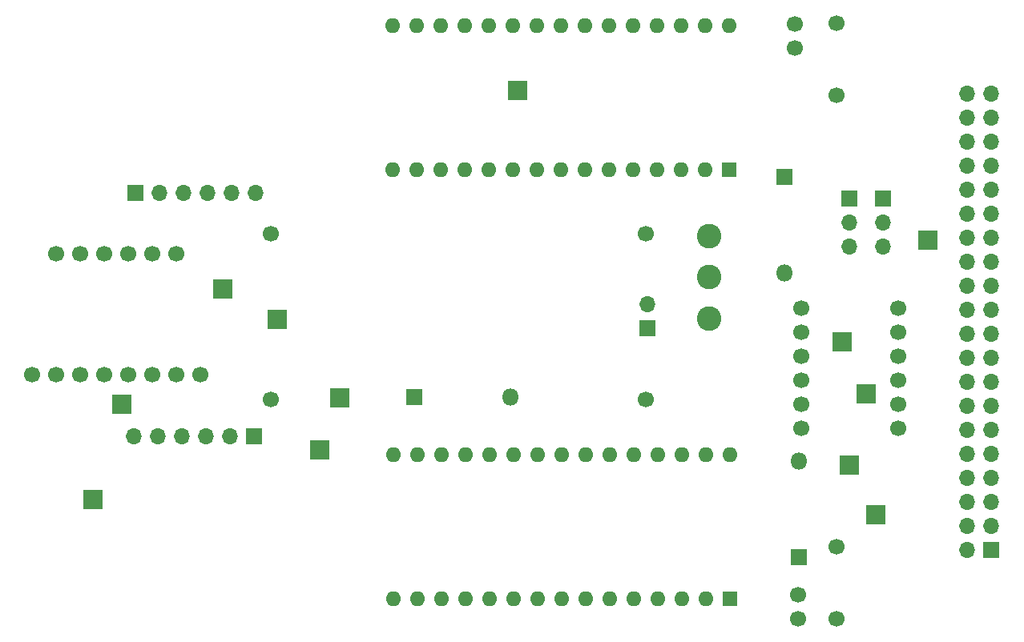
<source format=gbr>
%TF.GenerationSoftware,KiCad,Pcbnew,5.1.11-e4df9d881f~92~ubuntu20.04.1*%
%TF.CreationDate,2021-11-03T17:38:16+00:00*%
%TF.ProjectId,motorcontroller,6d6f746f-7263-46f6-9e74-726f6c6c6572,rev?*%
%TF.SameCoordinates,Original*%
%TF.FileFunction,Copper,L2,Bot*%
%TF.FilePolarity,Positive*%
%FSLAX46Y46*%
G04 Gerber Fmt 4.6, Leading zero omitted, Abs format (unit mm)*
G04 Created by KiCad (PCBNEW 5.1.11-e4df9d881f~92~ubuntu20.04.1) date 2021-11-03 17:38:16*
%MOMM*%
%LPD*%
G01*
G04 APERTURE LIST*
%TA.AperFunction,ComponentPad*%
%ADD10R,2.000000X2.000000*%
%TD*%
%TA.AperFunction,ComponentPad*%
%ADD11C,1.700000*%
%TD*%
%TA.AperFunction,ComponentPad*%
%ADD12O,1.700000X1.700000*%
%TD*%
%TA.AperFunction,ComponentPad*%
%ADD13R,1.700000X1.700000*%
%TD*%
%TA.AperFunction,ComponentPad*%
%ADD14C,2.600000*%
%TD*%
%TA.AperFunction,ComponentPad*%
%ADD15O,1.600000X1.600000*%
%TD*%
%TA.AperFunction,ComponentPad*%
%ADD16R,1.600000X1.600000*%
%TD*%
%TA.AperFunction,ComponentPad*%
%ADD17O,1.800000X1.800000*%
%TD*%
%TA.AperFunction,ComponentPad*%
%ADD18R,1.800000X1.800000*%
%TD*%
%TA.AperFunction,Conductor*%
%ADD19C,0.254000*%
%TD*%
%TA.AperFunction,Conductor*%
%ADD20C,1.016000*%
%TD*%
G04 APERTURE END LIST*
D10*
%TO.P,REF\u002A\u002A,1*%
%TO.N,FLT_pi*%
X167259000Y-112712500D03*
%TD*%
%TO.P,REF\u002A\u002A,1*%
%TO.N,FLT_pi*%
X173799500Y-96456500D03*
%TD*%
D11*
%TO.P,U1,12*%
%TO.N,Net-(U1-Pad12)*%
X160393000Y-116332000D03*
%TO.P,U1,11*%
%TO.N,Net-(D1-Pad2)*%
X160393000Y-113792000D03*
%TO.P,U1,10*%
%TO.N,GND*%
X160393000Y-111252000D03*
%TO.P,U1,9*%
%TO.N,+5V*%
X160393000Y-108712000D03*
%TO.P,U1,8*%
%TO.N,Net-(SW1-Pad1)*%
X160393000Y-106172000D03*
%TO.P,U1,7*%
%TO.N,Net-(D3-Pad2)*%
X160393000Y-103632000D03*
%TO.P,U1,6*%
%TO.N,Net-(U1-Pad6)*%
X170696000Y-116332000D03*
%TO.P,U1,5*%
%TO.N,FLT_pi*%
X170696000Y-113792000D03*
%TO.P,U1,4*%
%TO.N,GND*%
X170696000Y-111252000D03*
%TO.P,U1,3*%
%TO.N,+3V3*%
X170696000Y-108712000D03*
%TO.P,U1,2*%
%TO.N,Net-(J1-Pad8)*%
X170696000Y-106172000D03*
%TO.P,U1,1*%
%TO.N,Net-(J1-Pad10)*%
X170696000Y-103632000D03*
%TD*%
D10*
%TO.P,REF\u002A\u002A,1*%
%TO.N,FLT*%
X111696500Y-113093500D03*
%TD*%
%TO.P,REF\u002A\u002A,1*%
%TO.N,FLT*%
X88646000Y-113792000D03*
%TD*%
%TO.P,REF\u002A\u002A,1*%
%TO.N,GND*%
X99326700Y-101561900D03*
%TD*%
%TO.P,REF\u002A\u002A,1*%
%TO.N,GND*%
X165493700Y-120230900D03*
%TD*%
%TO.P,REF\u002A\u002A,1*%
%TO.N,GND*%
X164782500Y-107188000D03*
%TD*%
%TO.P,REF\u002A\u002A,1*%
%TO.N,GND*%
X130441700Y-80606900D03*
%TD*%
%TO.P,REF\u002A\u002A,1*%
%TO.N,+5V*%
X168325800Y-125488700D03*
%TD*%
%TO.P,REF\u002A\u002A,1*%
%TO.N,+5V*%
X105079800Y-104787700D03*
%TD*%
%TO.P,REF\u002A\u002A,1*%
%TO.N,GND*%
X109524800Y-118567200D03*
%TD*%
%TO.P,REF\u002A\u002A,1*%
%TO.N,GND*%
X85547200Y-123850400D03*
%TD*%
D11*
%TO.P,R2,2*%
%TO.N,GND*%
X164147500Y-81089500D03*
%TO.P,R2,1*%
%TO.N,Net-(D4-Pad1)*%
X164147500Y-73469500D03*
%TD*%
%TO.P,D4,2*%
%TO.N,Net-(D4-Pad2)*%
X159766000Y-76073000D03*
%TO.P,D4,1*%
%TO.N,Net-(D4-Pad1)*%
X159766000Y-73533000D03*
%TD*%
D12*
%TO.P,J8,6*%
%TO.N,Net-(J8-Pad6)*%
X102743000Y-91440000D03*
%TO.P,J8,5*%
%TO.N,GND*%
X100203000Y-91440000D03*
%TO.P,J8,4*%
%TO.N,Encoder_B_Right*%
X97663000Y-91440000D03*
%TO.P,J8,3*%
%TO.N,Encoder_A_Right*%
X95123000Y-91440000D03*
%TO.P,J8,2*%
%TO.N,+5V*%
X92583000Y-91440000D03*
D13*
%TO.P,J8,1*%
%TO.N,Net-(J8-Pad1)*%
X90043000Y-91440000D03*
%TD*%
D12*
%TO.P,J7,6*%
%TO.N,Net-(J7-Pad6)*%
X89916000Y-117157500D03*
%TO.P,J7,5*%
%TO.N,GND*%
X92456000Y-117157500D03*
%TO.P,J7,4*%
%TO.N,Encoder_B_Left*%
X94996000Y-117157500D03*
%TO.P,J7,3*%
%TO.N,Encoder_A_Left*%
X97536000Y-117157500D03*
%TO.P,J7,2*%
%TO.N,+5V*%
X100076000Y-117157500D03*
D13*
%TO.P,J7,1*%
%TO.N,Net-(J7-Pad1)*%
X102616000Y-117157500D03*
%TD*%
D11*
%TO.P,D2,2*%
%TO.N,Net-(D2-Pad2)*%
X160083500Y-133921500D03*
%TO.P,D2,1*%
%TO.N,Net-(D2-Pad1)*%
X160083500Y-136461500D03*
%TD*%
D14*
%TO.P,SW2,3*%
%TO.N,Net-(SW2-Pad3)*%
X150685500Y-104688000D03*
%TO.P,SW2,2*%
%TO.N,Net-(J6-Pad2)*%
X150685500Y-100350000D03*
%TO.P,SW2,1*%
%TO.N,/Motor&Power/BAT+*%
X150685500Y-96012000D03*
%TD*%
D11*
%TO.P,U3,7*%
%TO.N,PWM_Pin_0_Left*%
X79184500Y-110680500D03*
%TO.P,U3,8*%
%TO.N,PWM_Pin_1_Left*%
X81724500Y-110680500D03*
%TO.P,U3,9*%
%TO.N,+5V*%
X84264500Y-110680500D03*
%TO.P,U3,10*%
%TO.N,PWM_Pin_0_Right*%
X86804500Y-110680500D03*
%TO.P,U3,11*%
%TO.N,PWM_Pin_1_Right*%
X89344500Y-110680500D03*
%TO.P,U3,12*%
%TO.N,FLT*%
X91884500Y-110680500D03*
%TO.P,U3,13*%
%TO.N,GND*%
X94424500Y-110680500D03*
%TO.P,U3,14*%
%TO.N,+5V*%
X96964500Y-110680500D03*
%TO.P,U3,1*%
%TO.N,Net-(J7-Pad6)*%
X81724500Y-97853500D03*
%TO.P,U3,2*%
%TO.N,Net-(J7-Pad1)*%
X84264500Y-97853500D03*
%TO.P,U3,3*%
%TO.N,Net-(J8-Pad6)*%
X86804500Y-97853500D03*
%TO.P,U3,4*%
%TO.N,Net-(J8-Pad1)*%
X89344500Y-97853500D03*
%TO.P,U3,5*%
%TO.N,Net-(U3-Pad5)*%
X91884500Y-97853500D03*
%TO.P,U3,6*%
%TO.N,Net-(U3-Pad6)*%
X94424500Y-97853500D03*
%TD*%
%TO.P,U2,4*%
%TO.N,GND*%
X104394000Y-113284000D03*
%TO.P,U2,3*%
%TO.N,+5V*%
X104394000Y-95758000D03*
%TO.P,U2,2*%
%TO.N,/Motor&Power/BAT-*%
X144018000Y-113284000D03*
%TO.P,U2,1*%
%TO.N,/Motor&Power/BAT+*%
X144018000Y-95758000D03*
%TD*%
%TO.P,R1,2*%
%TO.N,GND*%
X164147500Y-128841500D03*
%TO.P,R1,1*%
%TO.N,Net-(D2-Pad1)*%
X164147500Y-136461500D03*
%TD*%
D12*
%TO.P,J6,2*%
%TO.N,Net-(J6-Pad2)*%
X144145000Y-103187500D03*
D13*
%TO.P,J6,1*%
%TO.N,/Motor&Power/BAT-*%
X144145000Y-105727500D03*
%TD*%
D12*
%TO.P,J5,3*%
%TO.N,Distance_sensor_2_out*%
X165481000Y-97091500D03*
%TO.P,J5,2*%
%TO.N,GND*%
X165481000Y-94551500D03*
D13*
%TO.P,J5,1*%
%TO.N,+3V3*%
X165481000Y-92011500D03*
%TD*%
D12*
%TO.P,J4,3*%
%TO.N,Distance_sensor_1_out*%
X169100500Y-97091500D03*
%TO.P,J4,2*%
%TO.N,GND*%
X169100500Y-94551500D03*
D13*
%TO.P,J4,1*%
%TO.N,+3V3*%
X169100500Y-92011500D03*
%TD*%
D15*
%TO.P,J3,16*%
%TO.N,Net-(J3-Pad16)*%
X117221000Y-73723500D03*
%TO.P,J3,15*%
%TO.N,PWM_Pin_0_Right*%
X117221000Y-88963500D03*
%TO.P,J3,30*%
%TO.N,Net-(J3-Pad30)*%
X152781000Y-73723500D03*
%TO.P,J3,14*%
%TO.N,PWM_Pin_1_Right*%
X119761000Y-88963500D03*
%TO.P,J3,29*%
%TO.N,GND*%
X150241000Y-73723500D03*
%TO.P,J3,13*%
%TO.N,Net-(J3-Pad13)*%
X122301000Y-88963500D03*
%TO.P,J3,28*%
%TO.N,Net-(J3-Pad28)*%
X147701000Y-73723500D03*
%TO.P,J3,12*%
%TO.N,Net-(J3-Pad12)*%
X124841000Y-88963500D03*
%TO.P,J3,27*%
%TO.N,+5V*%
X145161000Y-73723500D03*
%TO.P,J3,11*%
%TO.N,Net-(J3-Pad11)*%
X127381000Y-88963500D03*
%TO.P,J3,26*%
%TO.N,Net-(J3-Pad26)*%
X142621000Y-73723500D03*
%TO.P,J3,10*%
%TO.N,Net-(J3-Pad10)*%
X129921000Y-88963500D03*
%TO.P,J3,25*%
%TO.N,Net-(J3-Pad25)*%
X140081000Y-73723500D03*
%TO.P,J3,9*%
%TO.N,Net-(J3-Pad9)*%
X132461000Y-88963500D03*
%TO.P,J3,24*%
%TO.N,Net-(J3-Pad24)*%
X137541000Y-73723500D03*
%TO.P,J3,8*%
%TO.N,Net-(J3-Pad8)*%
X135001000Y-88963500D03*
%TO.P,J3,23*%
%TO.N,Net-(J3-Pad23)*%
X135001000Y-73723500D03*
%TO.P,J3,7*%
%TO.N,Net-(D4-Pad2)*%
X137541000Y-88963500D03*
%TO.P,J3,22*%
%TO.N,Net-(J3-Pad22)*%
X132461000Y-73723500D03*
%TO.P,J3,6*%
%TO.N,Encoder_B_Right*%
X140081000Y-88963500D03*
%TO.P,J3,21*%
%TO.N,Net-(J3-Pad21)*%
X129921000Y-73723500D03*
%TO.P,J3,5*%
%TO.N,Encoder_A_Right*%
X142621000Y-88963500D03*
%TO.P,J3,20*%
%TO.N,Net-(J3-Pad20)*%
X127381000Y-73723500D03*
%TO.P,J3,4*%
%TO.N,GND*%
X145161000Y-88963500D03*
%TO.P,J3,19*%
%TO.N,Net-(J3-Pad19)*%
X124841000Y-73723500D03*
%TO.P,J3,3*%
%TO.N,Net-(J3-Pad3)*%
X147701000Y-88963500D03*
%TO.P,J3,18*%
%TO.N,Net-(J3-Pad18)*%
X122301000Y-73723500D03*
%TO.P,J3,2*%
%TO.N,Net-(J3-Pad2)*%
X150241000Y-88963500D03*
%TO.P,J3,17*%
%TO.N,Net-(J3-Pad17)*%
X119761000Y-73723500D03*
D16*
%TO.P,J3,1*%
%TO.N,Net-(D5-Pad1)*%
X152781000Y-88963500D03*
%TD*%
D15*
%TO.P,J2,16*%
%TO.N,Net-(J2-Pad16)*%
X117348000Y-119126000D03*
%TO.P,J2,15*%
%TO.N,PWM_Pin_1_Left*%
X117348000Y-134366000D03*
%TO.P,J2,30*%
%TO.N,Net-(J2-Pad30)*%
X152908000Y-119126000D03*
%TO.P,J2,14*%
%TO.N,PWM_Pin_0_Left*%
X119888000Y-134366000D03*
%TO.P,J2,29*%
%TO.N,GND*%
X150368000Y-119126000D03*
%TO.P,J2,13*%
%TO.N,Net-(J2-Pad13)*%
X122428000Y-134366000D03*
%TO.P,J2,28*%
%TO.N,Net-(J2-Pad28)*%
X147828000Y-119126000D03*
%TO.P,J2,12*%
%TO.N,Net-(J2-Pad12)*%
X124968000Y-134366000D03*
%TO.P,J2,27*%
%TO.N,+5V*%
X145288000Y-119126000D03*
%TO.P,J2,11*%
%TO.N,Net-(J2-Pad11)*%
X127508000Y-134366000D03*
%TO.P,J2,26*%
%TO.N,Net-(J2-Pad26)*%
X142748000Y-119126000D03*
%TO.P,J2,10*%
%TO.N,Net-(J2-Pad10)*%
X130048000Y-134366000D03*
%TO.P,J2,25*%
%TO.N,Net-(J2-Pad25)*%
X140208000Y-119126000D03*
%TO.P,J2,9*%
%TO.N,Net-(J2-Pad9)*%
X132588000Y-134366000D03*
%TO.P,J2,24*%
%TO.N,Net-(J2-Pad24)*%
X137668000Y-119126000D03*
%TO.P,J2,8*%
%TO.N,Net-(J2-Pad8)*%
X135128000Y-134366000D03*
%TO.P,J2,23*%
%TO.N,Net-(J2-Pad23)*%
X135128000Y-119126000D03*
%TO.P,J2,7*%
%TO.N,Net-(D2-Pad2)*%
X137668000Y-134366000D03*
%TO.P,J2,22*%
%TO.N,Net-(J2-Pad22)*%
X132588000Y-119126000D03*
%TO.P,J2,6*%
%TO.N,Encoder_B_Left*%
X140208000Y-134366000D03*
%TO.P,J2,21*%
%TO.N,Net-(J2-Pad21)*%
X130048000Y-119126000D03*
%TO.P,J2,5*%
%TO.N,Encoder_A_Left*%
X142748000Y-134366000D03*
%TO.P,J2,20*%
%TO.N,Net-(J2-Pad20)*%
X127508000Y-119126000D03*
%TO.P,J2,4*%
%TO.N,GND*%
X145288000Y-134366000D03*
%TO.P,J2,19*%
%TO.N,Net-(J2-Pad19)*%
X124968000Y-119126000D03*
%TO.P,J2,3*%
%TO.N,Net-(J2-Pad3)*%
X147828000Y-134366000D03*
%TO.P,J2,18*%
%TO.N,Net-(J2-Pad18)*%
X122428000Y-119126000D03*
%TO.P,J2,2*%
%TO.N,Net-(J2-Pad2)*%
X150368000Y-134366000D03*
%TO.P,J2,17*%
%TO.N,Net-(J2-Pad17)*%
X119888000Y-119126000D03*
D16*
%TO.P,J2,1*%
%TO.N,Net-(D3-Pad1)*%
X152908000Y-134366000D03*
%TD*%
D12*
%TO.P,J1,40*%
%TO.N,Net-(J1-Pad40)*%
X177990500Y-80962500D03*
%TO.P,J1,39*%
%TO.N,GND*%
X180530500Y-80962500D03*
%TO.P,J1,26*%
%TO.N,Net-(J1-Pad26)*%
X177990500Y-98742500D03*
%TO.P,J1,25*%
%TO.N,GND*%
X180530500Y-98742500D03*
%TO.P,J1,22*%
%TO.N,Net-(J1-Pad22)*%
X177990500Y-103822500D03*
%TO.P,J1,21*%
%TO.N,Net-(J1-Pad21)*%
X180530500Y-103822500D03*
%TO.P,J1,30*%
%TO.N,GND*%
X177990500Y-93662500D03*
%TO.P,J1,29*%
%TO.N,Net-(J1-Pad29)*%
X180530500Y-93662500D03*
%TO.P,J1,8*%
%TO.N,Net-(J1-Pad8)*%
X177990500Y-121602500D03*
%TO.P,J1,7*%
%TO.N,Net-(J1-Pad7)*%
X180530500Y-121602500D03*
%TO.P,J1,32*%
%TO.N,Net-(J1-Pad32)*%
X177990500Y-91122500D03*
%TO.P,J1,31*%
%TO.N,Net-(J1-Pad31)*%
X180530500Y-91122500D03*
%TO.P,J1,18*%
%TO.N,FLT_pi*%
X177990500Y-108902500D03*
%TO.P,J1,17*%
%TO.N,+3V3*%
X180530500Y-108902500D03*
%TO.P,J1,36*%
%TO.N,Net-(J1-Pad36)*%
X177990500Y-86042500D03*
%TO.P,J1,35*%
%TO.N,Net-(J1-Pad35)*%
X180530500Y-86042500D03*
%TO.P,J1,34*%
%TO.N,GND*%
X177990500Y-88582500D03*
%TO.P,J1,33*%
%TO.N,Net-(J1-Pad33)*%
X180530500Y-88582500D03*
%TO.P,J1,38*%
%TO.N,Net-(J1-Pad38)*%
X177990500Y-83502500D03*
%TO.P,J1,37*%
%TO.N,Net-(J1-Pad37)*%
X180530500Y-83502500D03*
%TO.P,J1,20*%
%TO.N,GND*%
X177990500Y-106362500D03*
%TO.P,J1,19*%
%TO.N,Net-(J1-Pad19)*%
X180530500Y-106362500D03*
%TO.P,J1,10*%
%TO.N,Net-(J1-Pad10)*%
X177990500Y-119062500D03*
%TO.P,J1,9*%
%TO.N,GND*%
X180530500Y-119062500D03*
%TO.P,J1,14*%
X177990500Y-113982500D03*
%TO.P,J1,13*%
%TO.N,Net-(J1-Pad13)*%
X180530500Y-113982500D03*
%TO.P,J1,28*%
%TO.N,Net-(J1-Pad28)*%
X177990500Y-96202500D03*
%TO.P,J1,27*%
%TO.N,Net-(J1-Pad27)*%
X180530500Y-96202500D03*
%TO.P,J1,12*%
%TO.N,Net-(J1-Pad12)*%
X177990500Y-116522500D03*
%TO.P,J1,11*%
%TO.N,Net-(J1-Pad11)*%
X180530500Y-116522500D03*
%TO.P,J1,24*%
%TO.N,Net-(J1-Pad24)*%
X177990500Y-101282500D03*
%TO.P,J1,23*%
%TO.N,Net-(J1-Pad23)*%
X180530500Y-101282500D03*
D13*
%TO.P,J1,1*%
%TO.N,+3V3*%
X180530500Y-129222500D03*
D12*
%TO.P,J1,2*%
%TO.N,+5V*%
X177990500Y-129222500D03*
%TO.P,J1,5*%
%TO.N,Net-(J1-Pad5)*%
X180530500Y-124142500D03*
%TO.P,J1,4*%
%TO.N,+5V*%
X177990500Y-126682500D03*
%TO.P,J1,16*%
%TO.N,Distance_sensor_2_out*%
X177990500Y-111442500D03*
%TO.P,J1,15*%
%TO.N,Distance_sensor_1_out*%
X180530500Y-111442500D03*
%TO.P,J1,3*%
%TO.N,Net-(J1-Pad3)*%
X180530500Y-126682500D03*
%TO.P,J1,6*%
%TO.N,GND*%
X177990500Y-124142500D03*
%TD*%
D17*
%TO.P,D5,2*%
%TO.N,Net-(D3-Pad2)*%
X158686500Y-99885500D03*
D18*
%TO.P,D5,1*%
%TO.N,Net-(D5-Pad1)*%
X158686500Y-89725500D03*
%TD*%
D17*
%TO.P,D3,2*%
%TO.N,Net-(D3-Pad2)*%
X160147000Y-119761000D03*
D18*
%TO.P,D3,1*%
%TO.N,Net-(D3-Pad1)*%
X160147000Y-129921000D03*
%TD*%
D17*
%TO.P,D1,2*%
%TO.N,Net-(D1-Pad2)*%
X129667000Y-113030000D03*
D18*
%TO.P,D1,1*%
%TO.N,FLT*%
X119507000Y-113030000D03*
%TD*%
D19*
%TO.N,Net-(D4-Pad1)*%
X164084000Y-73533000D02*
X164147500Y-73469500D01*
D20*
%TO.N,+3V3*%
X168973500Y-92011500D02*
X169100500Y-92138500D01*
%TD*%
M02*

</source>
